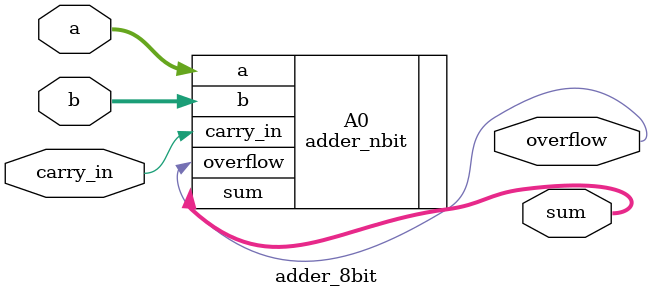
<source format=sv>

module adder_8bit
(
	input wire [7:0] a,
	input wire [7:0] b,
	input wire carry_in,
	output wire [7:0] sum,
	output wire overflow
);

	// STUDENT: Fill in the correct port map with parameter override syntax for using your n-bit ripple carry adder design to be an 8-bit ripple carry adder design
	adder_nbit #(8) A0 (.a(a), .b(b), .carry_in(carry_in), .sum(sum), .overflow(overflow));
endmodule

</source>
